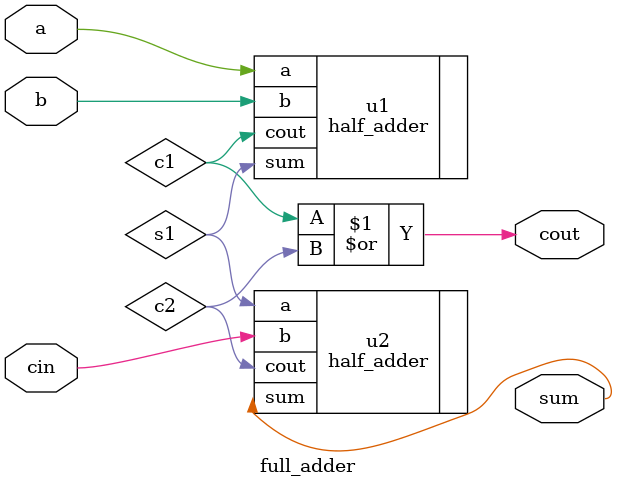
<source format=v>
module full_adder (
    input wire a, 
    input wire b, 
    input wire cin,
    output wire sum, 
    output wire cout
);
    wire c1, s1, c2;
    
    half_adder u1 (
        .a(a),
        .b(b),
        .sum(s1),
        .cout(c1)
    ); // Module
    
    half_adder u2 (
        .a(s1),
        .b(cin),
        .sum(sum),
        .cout(c2)
    ); // Module

    assign cout = c1 | c2;
endmodule


</source>
